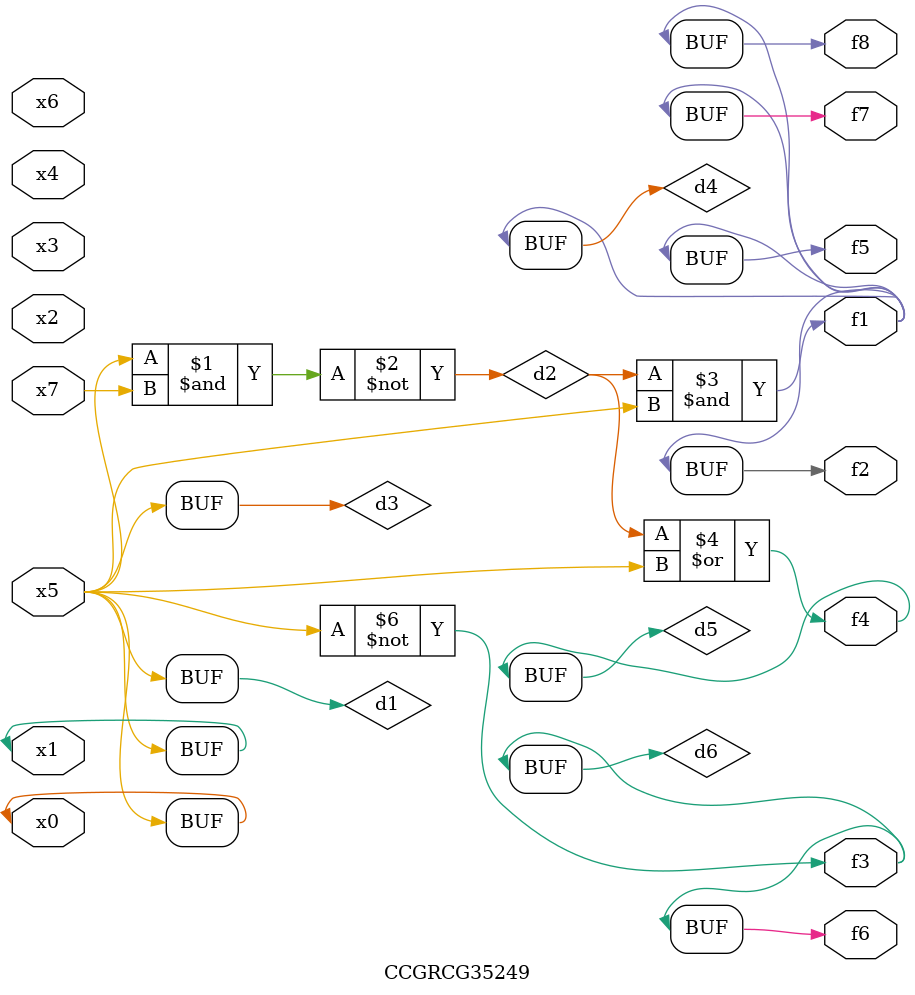
<source format=v>
module CCGRCG35249(
	input x0, x1, x2, x3, x4, x5, x6, x7,
	output f1, f2, f3, f4, f5, f6, f7, f8
);

	wire d1, d2, d3, d4, d5, d6;

	buf (d1, x0, x5);
	nand (d2, x5, x7);
	buf (d3, x0, x1);
	and (d4, d2, d3);
	or (d5, d2, d3);
	nor (d6, d1, d3);
	assign f1 = d4;
	assign f2 = d4;
	assign f3 = d6;
	assign f4 = d5;
	assign f5 = d4;
	assign f6 = d6;
	assign f7 = d4;
	assign f8 = d4;
endmodule

</source>
